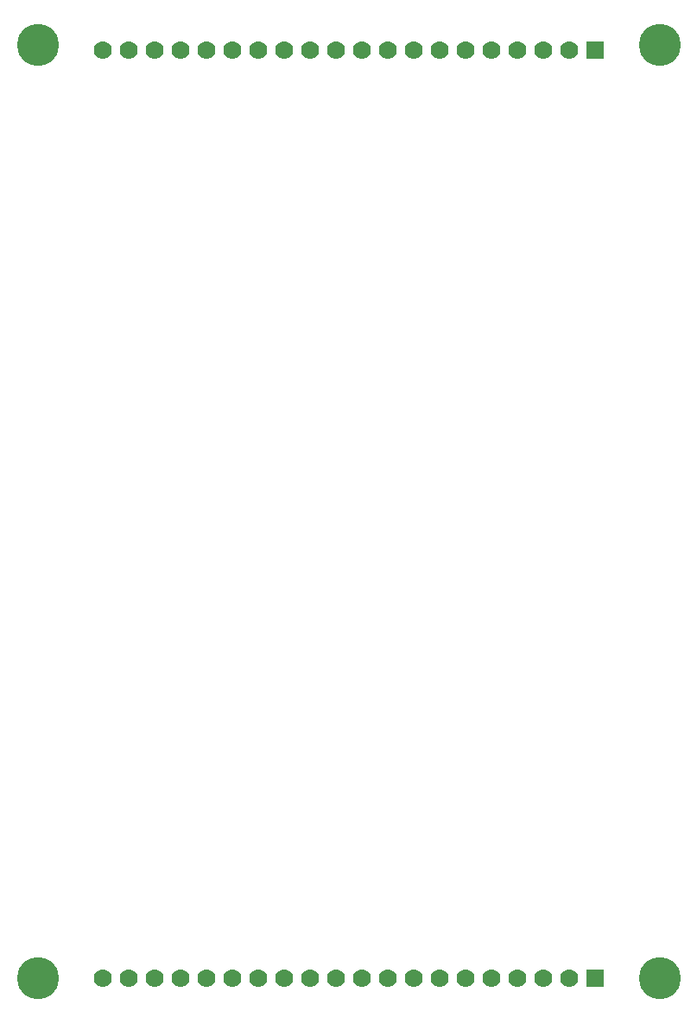
<source format=gbr>
G04 EAGLE Gerber RS-274X export*
G75*
%MOMM*%
%FSLAX34Y34*%
%LPD*%
%INSoldermask Bottom*%
%IPPOS*%
%AMOC8*
5,1,8,0,0,1.08239X$1,22.5*%
G01*
%ADD10C,4.117600*%
%ADD11R,1.778000X1.778000*%
%ADD12C,1.778000*%


D10*
X-304800Y-406400D03*
X304800Y-406400D03*
X-304800Y508000D03*
X304800Y508000D03*
D11*
X241300Y-406400D03*
D12*
X215900Y-406400D03*
X190500Y-406400D03*
X165100Y-406400D03*
X139700Y-406400D03*
X114300Y-406400D03*
X88900Y-406400D03*
X63500Y-406400D03*
X38100Y-406400D03*
X12700Y-406400D03*
X-12700Y-406400D03*
X-38100Y-406400D03*
X-63500Y-406400D03*
X-88900Y-406400D03*
X-114300Y-406400D03*
X-139700Y-406400D03*
X-165100Y-406400D03*
X-190500Y-406400D03*
X-215900Y-406400D03*
X-241300Y-406400D03*
D11*
X241300Y502920D03*
D12*
X215900Y502920D03*
X190500Y502920D03*
X165100Y502920D03*
X139700Y502920D03*
X114300Y502920D03*
X88900Y502920D03*
X63500Y502920D03*
X38100Y502920D03*
X12700Y502920D03*
X-12700Y502920D03*
X-38100Y502920D03*
X-63500Y502920D03*
X-88900Y502920D03*
X-114300Y502920D03*
X-139700Y502920D03*
X-165100Y502920D03*
X-190500Y502920D03*
X-215900Y502920D03*
X-241300Y502920D03*
M02*

</source>
